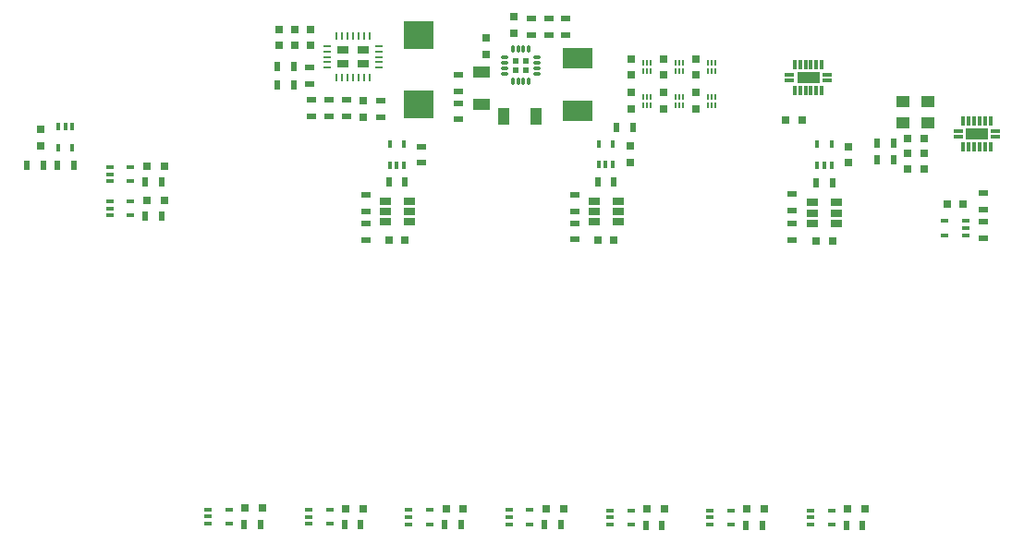
<source format=gbr>
G04 #@! TF.GenerationSoftware,KiCad,Pcbnew,(5.1.4)-1*
G04 #@! TF.CreationDate,2019-12-15T14:44:31-06:00*
G04 #@! TF.ProjectId,Incrementor,496e6372-656d-4656-9e74-6f722e6b6963,rev?*
G04 #@! TF.SameCoordinates,Original*
G04 #@! TF.FileFunction,Paste,Top*
G04 #@! TF.FilePolarity,Positive*
%FSLAX46Y46*%
G04 Gerber Fmt 4.6, Leading zero omitted, Abs format (unit mm)*
G04 Created by KiCad (PCBNEW (5.1.4)-1) date 2019-12-15 14:44:31*
%MOMM*%
%LPD*%
G04 APERTURE LIST*
%ADD10R,1.300000X1.100000*%
%ADD11R,2.050000X1.050000*%
%ADD12R,0.850000X0.300000*%
%ADD13R,0.300000X0.850000*%
%ADD14R,0.200000X0.570000*%
%ADD15R,0.200000X0.520000*%
%ADD16R,0.750000X0.800000*%
%ADD17R,0.500000X0.900000*%
%ADD18R,0.400000X0.650000*%
%ADD19R,1.060000X0.650000*%
%ADD20R,0.900000X0.500000*%
%ADD21R,0.800000X0.750000*%
%ADD22R,0.540000X0.540000*%
%ADD23O,0.300000X0.750000*%
%ADD24O,0.750000X0.300000*%
%ADD25R,1.095000X0.795000*%
%ADD26R,0.700000X0.250000*%
%ADD27R,0.250000X0.700000*%
%ADD28R,2.790000X1.903000*%
%ADD29R,1.000000X1.600000*%
%ADD30R,1.600000X1.000000*%
%ADD31R,2.700000X2.550000*%
%ADD32R,0.650000X0.400000*%
%ADD33R,0.800000X0.800000*%
G04 APERTURE END LIST*
D10*
X154615500Y-67820500D03*
X156915500Y-67820500D03*
X156915500Y-69720500D03*
X154615500Y-69720500D03*
D11*
X161381600Y-70768600D03*
D12*
X163081600Y-70518600D03*
X163081600Y-71018600D03*
D13*
X162631600Y-71968600D03*
X162131600Y-71968600D03*
X161631600Y-71968600D03*
X161131600Y-71968600D03*
X160631600Y-71968600D03*
X160131600Y-71968600D03*
D12*
X159681600Y-71018600D03*
X159681600Y-70518600D03*
D13*
X160131600Y-69568600D03*
X160631600Y-69568600D03*
X161131600Y-69568600D03*
X161631600Y-69568600D03*
X162131600Y-69568600D03*
X162631600Y-69568600D03*
D11*
X145941600Y-65568700D03*
D12*
X144241600Y-65818700D03*
X144241600Y-65318700D03*
D13*
X144691600Y-64368700D03*
X145191600Y-64368700D03*
X145691600Y-64368700D03*
X146191600Y-64368700D03*
X146691600Y-64368700D03*
X147191600Y-64368700D03*
D12*
X147641600Y-65318700D03*
X147641600Y-65818700D03*
D13*
X147191600Y-66768700D03*
X146691600Y-66768700D03*
X146191600Y-66768700D03*
X145691600Y-66768700D03*
X145191600Y-66768700D03*
X144691600Y-66768700D03*
D14*
X131541000Y-67363900D03*
X131191000Y-67363900D03*
X130841000Y-67363900D03*
D15*
X130841000Y-68093900D03*
X131191000Y-68093900D03*
X131541000Y-68093900D03*
D14*
X134487400Y-67363900D03*
X134137400Y-67363900D03*
X133787400Y-67363900D03*
D15*
X133787400Y-68093900D03*
X134137400Y-68093900D03*
X134487400Y-68093900D03*
D14*
X137459200Y-67363900D03*
X137109200Y-67363900D03*
X136759200Y-67363900D03*
D15*
X136759200Y-68093900D03*
X137109200Y-68093900D03*
X137459200Y-68093900D03*
D14*
X131541000Y-64257500D03*
X131191000Y-64257500D03*
X130841000Y-64257500D03*
D15*
X130841000Y-64987500D03*
X131191000Y-64987500D03*
X131541000Y-64987500D03*
D14*
X134487400Y-64265100D03*
X134137400Y-64265100D03*
X133787400Y-64265100D03*
D15*
X133787400Y-64995100D03*
X134137400Y-64995100D03*
X134487400Y-64995100D03*
D14*
X137459200Y-64265100D03*
X137109200Y-64265100D03*
X136759200Y-64265100D03*
D15*
X136759200Y-64995100D03*
X137109200Y-64995100D03*
X137459200Y-64995100D03*
D16*
X129717800Y-66966400D03*
X129717800Y-68466400D03*
X132664200Y-66966400D03*
X132664200Y-68466400D03*
X135636000Y-66966400D03*
X135636000Y-68466400D03*
X129717800Y-63860000D03*
X129717800Y-65360000D03*
X132664200Y-63867600D03*
X132664200Y-65367600D03*
D17*
X129883600Y-70180200D03*
X128383600Y-70180200D03*
D18*
X146758900Y-71719400D03*
X148058900Y-71719400D03*
X147408900Y-73619400D03*
X148058900Y-73619400D03*
X146758900Y-73619400D03*
X126743700Y-71694000D03*
X128043700Y-71694000D03*
X127393700Y-73594000D03*
X128043700Y-73594000D03*
X126743700Y-73594000D03*
D19*
X148508900Y-78003400D03*
X148508900Y-77053400D03*
X148508900Y-78953400D03*
X146308900Y-78953400D03*
X146308900Y-78003400D03*
X146308900Y-77053400D03*
X128557200Y-77851000D03*
X128557200Y-76901000D03*
X128557200Y-78801000D03*
X126357200Y-78801000D03*
X126357200Y-77851000D03*
X126357200Y-76901000D03*
D17*
X146658900Y-75272900D03*
X148158900Y-75272900D03*
X126643700Y-75120500D03*
X128143700Y-75120500D03*
D20*
X144487900Y-77800900D03*
X144487900Y-76300900D03*
X124599700Y-77839000D03*
X124599700Y-76339000D03*
X144487900Y-78967900D03*
X144487900Y-80467900D03*
X124599700Y-78942500D03*
X124599700Y-80442500D03*
D16*
X149631400Y-71919400D03*
X149631400Y-73419400D03*
X129616200Y-71894000D03*
X129616200Y-73394000D03*
D21*
X148158900Y-80606900D03*
X146658900Y-80606900D03*
X128143700Y-80454500D03*
X126643700Y-80454500D03*
D20*
X110540800Y-73406700D03*
X110540800Y-71906700D03*
D18*
X107604800Y-71706700D03*
X108904800Y-71706700D03*
X108254800Y-73606700D03*
X108904800Y-73606700D03*
X107604800Y-73606700D03*
D19*
X109418300Y-77863700D03*
X109418300Y-76913700D03*
X109418300Y-78813700D03*
X107218300Y-78813700D03*
X107218300Y-77863700D03*
X107218300Y-76913700D03*
D22*
X120058600Y-64927900D03*
X120058600Y-64027900D03*
X119158600Y-64927900D03*
X119158600Y-64027900D03*
D23*
X120358600Y-65952900D03*
X119858600Y-65952900D03*
X119358600Y-65952900D03*
X118858600Y-65952900D03*
D24*
X118133600Y-65227900D03*
X118133600Y-64727900D03*
X118133600Y-64227900D03*
X118133600Y-63727900D03*
D23*
X118858600Y-63002900D03*
X119358600Y-63002900D03*
X119858600Y-63002900D03*
X120358600Y-63002900D03*
D24*
X121083600Y-63727900D03*
X121083600Y-64227900D03*
X121083600Y-64727900D03*
X121083600Y-65227900D03*
D25*
X105154100Y-63028000D03*
X103329100Y-63028000D03*
X105154100Y-64353000D03*
X103329100Y-64353000D03*
D26*
X106641600Y-62690500D03*
X106641600Y-63190500D03*
X106641600Y-63690500D03*
X106641600Y-64190500D03*
X106641600Y-64690500D03*
D27*
X105741600Y-65590500D03*
X105241600Y-65590500D03*
X104741600Y-65590500D03*
X104241600Y-65590500D03*
X103741600Y-65590500D03*
X103241600Y-65590500D03*
X102741600Y-65590500D03*
D26*
X101841600Y-64690500D03*
X101841600Y-64190500D03*
X101841600Y-63690500D03*
X101841600Y-63190500D03*
X101841600Y-62690500D03*
D27*
X102741600Y-61790500D03*
X103241600Y-61790500D03*
X103741600Y-61790500D03*
X104241600Y-61790500D03*
X104741600Y-61790500D03*
X105241600Y-61790500D03*
X105741600Y-61790500D03*
D17*
X107504800Y-75133200D03*
X109004800Y-75133200D03*
D20*
X105460800Y-77851700D03*
X105460800Y-76351700D03*
X105460800Y-78955200D03*
X105460800Y-80455200D03*
X120561100Y-60171900D03*
X120561100Y-61671900D03*
X122148600Y-61671900D03*
X122148600Y-60171900D03*
X113919000Y-69444300D03*
X113919000Y-67944300D03*
X113919000Y-66840800D03*
X113919000Y-65340800D03*
X123736100Y-61671900D03*
X123736100Y-60171900D03*
X102019100Y-69139500D03*
X102019100Y-67639500D03*
X106781600Y-67703000D03*
X106781600Y-69203000D03*
X103606600Y-69139500D03*
X103606600Y-67639500D03*
X100431600Y-67639500D03*
X100431600Y-69139500D03*
D17*
X97332100Y-66230500D03*
X98832100Y-66230500D03*
D20*
X100241100Y-66155000D03*
X100241100Y-64655000D03*
D17*
X98832100Y-64579500D03*
X97332100Y-64579500D03*
D28*
X124815600Y-68644300D03*
X124815600Y-63791300D03*
D21*
X109004800Y-80467200D03*
X107504800Y-80467200D03*
D29*
X118045100Y-69176900D03*
X121045100Y-69176900D03*
D16*
X116433600Y-63449900D03*
X116433600Y-61949900D03*
X118973600Y-61544900D03*
X118973600Y-60044900D03*
D30*
X115989100Y-68073400D03*
X115989100Y-65073400D03*
D31*
X110274100Y-68033900D03*
X110274100Y-61683900D03*
D16*
X105194100Y-67703000D03*
X105194100Y-69203000D03*
X100368100Y-62662500D03*
X100368100Y-61162500D03*
X98907600Y-62662500D03*
X98907600Y-61162500D03*
X97447100Y-62662500D03*
X97447100Y-61162500D03*
D18*
X78526400Y-70119200D03*
X77226400Y-70119200D03*
X77876400Y-70119200D03*
X77226400Y-72019200D03*
X78526400Y-72019200D03*
D32*
X160360400Y-80050400D03*
X160360400Y-78750400D03*
X160360400Y-79400400D03*
X158460400Y-78750400D03*
X158460400Y-80050400D03*
X81968300Y-76934300D03*
X81968300Y-78234300D03*
X81968300Y-77584300D03*
X83868300Y-78234300D03*
X83868300Y-76934300D03*
X146179500Y-105280700D03*
X146179500Y-106580700D03*
X146179500Y-105930700D03*
X148079500Y-106580700D03*
X148079500Y-105280700D03*
X109362200Y-105255300D03*
X109362200Y-106555300D03*
X109362200Y-105905300D03*
X111262200Y-106555300D03*
X111262200Y-105255300D03*
X118518900Y-105255300D03*
X118518900Y-106555300D03*
X118518900Y-105905300D03*
X120418900Y-106555300D03*
X120418900Y-105255300D03*
X136959300Y-105280700D03*
X136959300Y-106580700D03*
X136959300Y-105930700D03*
X138859300Y-106580700D03*
X138859300Y-105280700D03*
X100192800Y-105229900D03*
X100192800Y-106529900D03*
X100192800Y-105879900D03*
X102092800Y-106529900D03*
X102092800Y-105229900D03*
X81968300Y-73810100D03*
X81968300Y-75110100D03*
X81968300Y-74460100D03*
X83868300Y-75110100D03*
X83868300Y-73810100D03*
X127789900Y-105268000D03*
X127789900Y-106568000D03*
X127789900Y-105918000D03*
X129689900Y-106568000D03*
X129689900Y-105268000D03*
X90982800Y-105191800D03*
X90982800Y-106491800D03*
X90982800Y-105841800D03*
X92882800Y-106491800D03*
X92882800Y-105191800D03*
D17*
X74383200Y-73609200D03*
X75883200Y-73609200D03*
X77177200Y-73609200D03*
X78677200Y-73609200D03*
D20*
X161950400Y-80302800D03*
X161950400Y-78802800D03*
X161950400Y-77661200D03*
X161950400Y-76161200D03*
D17*
X85216300Y-78282800D03*
X86716300Y-78282800D03*
X149427500Y-106629200D03*
X150927500Y-106629200D03*
X112610200Y-106603800D03*
X114110200Y-106603800D03*
X121766900Y-106603800D03*
X123266900Y-106603800D03*
X140207300Y-106629200D03*
X141707300Y-106629200D03*
X103440800Y-106578400D03*
X104940800Y-106578400D03*
X85216300Y-75158600D03*
X86716300Y-75158600D03*
X131037900Y-106616500D03*
X132537900Y-106616500D03*
X94233300Y-106540300D03*
X95733300Y-106540300D03*
X153746900Y-71577200D03*
X152246900Y-71577200D03*
X153746900Y-73101200D03*
X152246900Y-73101200D03*
D33*
X86956800Y-76822300D03*
X85356800Y-76822300D03*
X151168000Y-105168700D03*
X149568000Y-105168700D03*
X114350700Y-105143300D03*
X112750700Y-105143300D03*
X123507400Y-105143300D03*
X121907400Y-105143300D03*
X141947800Y-105168700D03*
X140347800Y-105168700D03*
X105181300Y-105117900D03*
X103581300Y-105117900D03*
X86956800Y-73698100D03*
X85356800Y-73698100D03*
X132778400Y-105156000D03*
X131178400Y-105156000D03*
X95973800Y-105079800D03*
X94373800Y-105079800D03*
D16*
X75641200Y-71819200D03*
X75641200Y-70319200D03*
D21*
X158660400Y-77216000D03*
X160160400Y-77216000D03*
X145352200Y-69519800D03*
X143852200Y-69519800D03*
D16*
X135636000Y-65367600D03*
X135636000Y-63867600D03*
D21*
X155028200Y-71170800D03*
X156528200Y-71170800D03*
X155028200Y-72567800D03*
X156528200Y-72567800D03*
X155028200Y-73964800D03*
X156528200Y-73964800D03*
M02*

</source>
